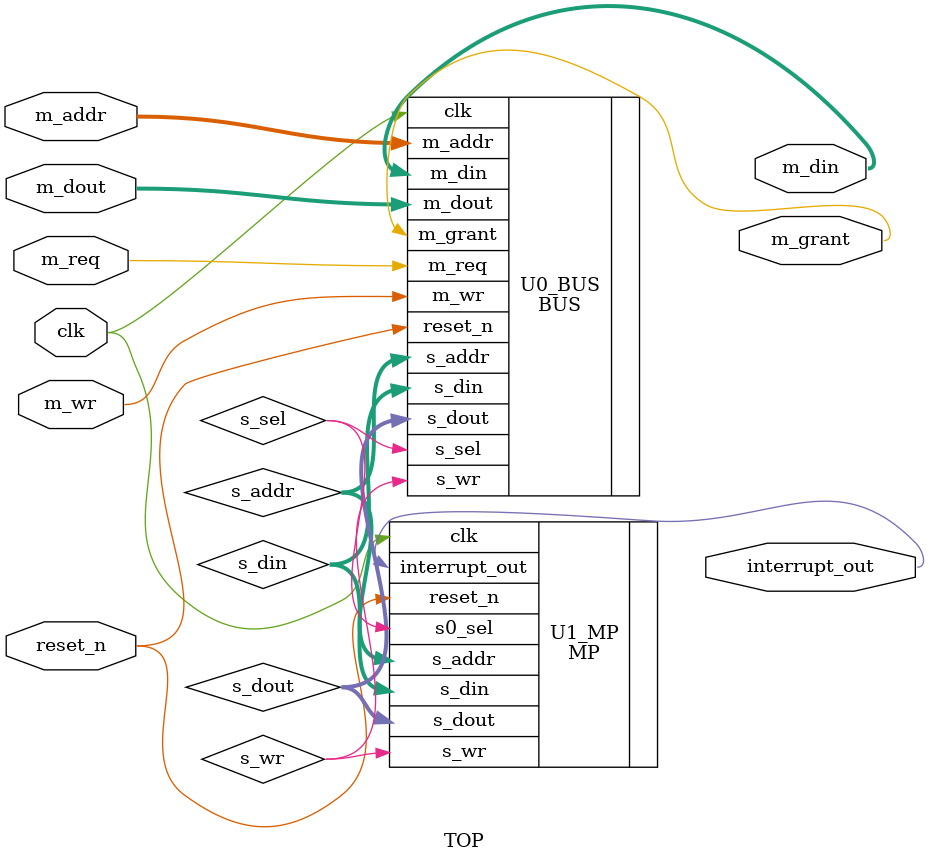
<source format=v>
module TOP(clk, reset_n, m_req, m_wr, m_addr, m_dout, m_grant, interrupt_out, m_din); // TOP module
input clk, reset_n; // define input clk and reset_n
input m_req, m_wr; // define input list
input [15:0] m_addr;
input [31:0] m_dout;

output m_grant; // define output list
output interrupt_out;
output [63:0] m_din;

wire [63:0] s_dout, s_din; // wire means wire to BUS and MP
wire s_sel, s_wr;
wire [15:0] s_addr;

BUS U0_BUS(
	.clk(clk),
	.reset_n(reset_n),
	.m_req(m_req),
	.m_wr(m_wr),
	.m_addr(m_addr),
	.m_dout(m_dout),
	.s_dout(s_dout),
	.m_grant(m_grant),
	.m_din(m_din),
	.s_addr(s_addr),
	.s_wr(s_wr),
	.s_din(s_din),
	.s_sel(s_sel)
	);
	
MP U1_MP(
	.clk(clk),
	.reset_n(reset_n),
	.s_wr(s_wr),
	.s_addr(s_addr),
	.s_din(s_din),
	.s0_sel(s_sel),
	.s_dout(s_dout),
	.interrupt_out(interrupt_out)
	);

endmodule // end of module

</source>
